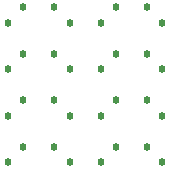
<source format=gts>
G04 Layer: TopSolderMaskLayer*
G04 EasyEDA v6.5.51, 2025-11-13 20:27:25*
G04 8135d319d6174492bdc44f612489c6fc,9a5be75d700b4a6385dc1106f27949ae,10*
G04 Gerber Generator version 0.2*
G04 Scale: 100 percent, Rotated: No, Reflected: No *
G04 Dimensions in millimeters *
G04 leading zeros omitted , absolute positions ,4 integer and 5 decimal *
%FSLAX45Y45*%
%MOMM*%

%ADD10C,0.6266*%
%ADD11C,0.0190*%

%LPD*%
D10*
G01*
X345516Y-474395D03*
G01*
X345516Y-867410D03*
G01*
X345516Y-1262405D03*
G01*
X345516Y-1655394D03*
G01*
X475513Y-344398D03*
G01*
X475513Y-737412D03*
G01*
X475513Y-1132408D03*
G01*
X475513Y-1525396D03*
G01*
X738504Y-344398D03*
G01*
X738504Y-737412D03*
G01*
X738504Y-1132408D03*
G01*
X738504Y-1525396D03*
G01*
X868502Y-474395D03*
G01*
X868502Y-867410D03*
G01*
X868502Y-1262405D03*
G01*
X868502Y-1655394D03*
G01*
X1131493Y-474395D03*
G01*
X1131493Y-867410D03*
G01*
X1131493Y-1262405D03*
G01*
X1131493Y-1655394D03*
G01*
X1261490Y-344398D03*
G01*
X1261490Y-737412D03*
G01*
X1261490Y-1132408D03*
G01*
X1261490Y-1525396D03*
G01*
X1524482Y-344398D03*
G01*
X1524482Y-737412D03*
G01*
X1524482Y-1132408D03*
G01*
X1524482Y-1525396D03*
G01*
X1654479Y-474395D03*
G01*
X1654479Y-867410D03*
G01*
X1654479Y-1262405D03*
G01*
X1654479Y-1655394D03*
M02*

</source>
